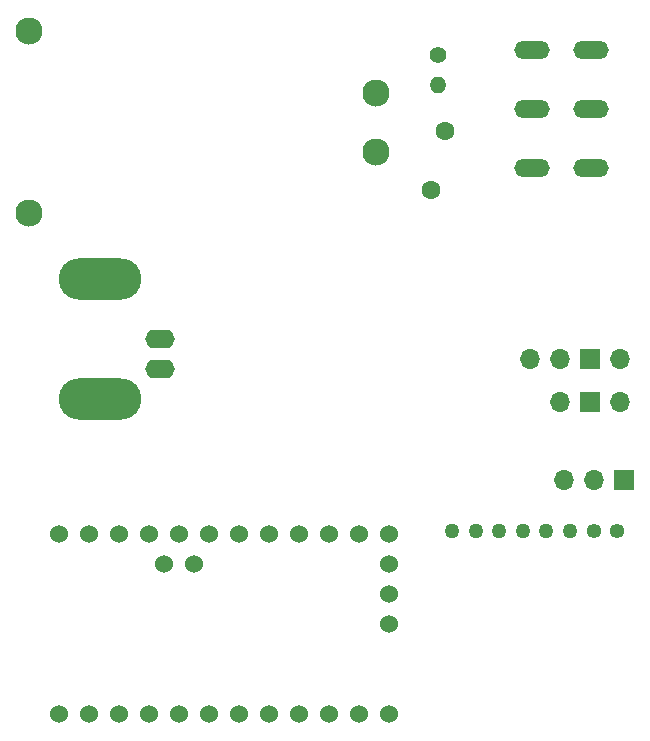
<source format=gbr>
%TF.GenerationSoftware,KiCad,Pcbnew,(5.1.9)-1*%
%TF.CreationDate,2021-04-25T03:29:38+02:00*%
%TF.ProjectId,HB-Uni-SEN-ORB,48422d55-6e69-42d5-9345-4e2d4f52422e,rev?*%
%TF.SameCoordinates,Original*%
%TF.FileFunction,Soldermask,Bot*%
%TF.FilePolarity,Negative*%
%FSLAX46Y46*%
G04 Gerber Fmt 4.6, Leading zero omitted, Abs format (unit mm)*
G04 Created by KiCad (PCBNEW (5.1.9)-1) date 2021-04-25 03:29:38*
%MOMM*%
%LPD*%
G01*
G04 APERTURE LIST*
%ADD10O,1.700000X1.700000*%
%ADD11R,1.700000X1.700000*%
%ADD12O,1.400000X1.400000*%
%ADD13C,1.400000*%
%ADD14C,1.600000*%
%ADD15C,1.524000*%
%ADD16O,1.270000X1.270000*%
%ADD17C,1.270000*%
%ADD18C,2.300000*%
%ADD19O,2.500000X1.600000*%
%ADD20O,7.000000X3.500000*%
%ADD21O,3.000000X1.500000*%
G04 APERTURE END LIST*
D10*
%TO.C,PH_SENS*%
X162330000Y-75400000D03*
D11*
X159790000Y-75400000D03*
D10*
X157250000Y-75400000D03*
%TD*%
D12*
%TO.C,R8*%
X146900000Y-48540000D03*
D13*
X146900000Y-46000000D03*
%TD*%
D14*
%TO.C,RV1*%
X147500000Y-52400000D03*
X146300000Y-57400000D03*
%TD*%
D15*
%TO.C,U1*%
X114800000Y-101820000D03*
X117340000Y-101820000D03*
X119880000Y-101820000D03*
X122420000Y-101820000D03*
X124960000Y-101820000D03*
X127500000Y-101820000D03*
X130040000Y-101820000D03*
X132580000Y-101820000D03*
X135120000Y-101820000D03*
X137660000Y-101820000D03*
X140200000Y-101820000D03*
X142740000Y-101820000D03*
X142740000Y-86580000D03*
X140200000Y-86580000D03*
X137660000Y-86580000D03*
X135120000Y-86580000D03*
X132580000Y-86580000D03*
X130040000Y-86580000D03*
X127500000Y-86580000D03*
X124960000Y-86580000D03*
X122420000Y-86580000D03*
X119880000Y-86580000D03*
X117340000Y-86580000D03*
X114800000Y-86580000D03*
X126230000Y-89120000D03*
X123690000Y-89120000D03*
X142740000Y-89120000D03*
X142740000Y-91660000D03*
X142740000Y-94200000D03*
%TD*%
D16*
%TO.C,U2*%
X162100000Y-86300000D03*
X160100000Y-86300000D03*
D17*
X158100000Y-86300000D03*
X156100000Y-86300000D03*
X154100000Y-86300000D03*
X152100000Y-86300000D03*
X150100000Y-86300000D03*
X148100000Y-86300000D03*
%TD*%
D10*
%TO.C,LCD*%
X154680000Y-71700000D03*
X157220000Y-71700000D03*
D11*
X159760000Y-71700000D03*
D10*
X162300000Y-71700000D03*
%TD*%
D11*
%TO.C,DS18B20*%
X162700000Y-82000000D03*
D10*
X160160000Y-82000000D03*
X157620000Y-82000000D03*
%TD*%
D18*
%TO.C,PS1*%
X112300000Y-44000000D03*
X141700000Y-49200000D03*
X141700000Y-54200000D03*
X112300000Y-59400000D03*
%TD*%
D19*
%TO.C,J2*%
X123400000Y-72540000D03*
X123400000Y-70000000D03*
D20*
X118320000Y-64920000D03*
X118320000Y-75080000D03*
%TD*%
D21*
%TO.C,WAGO236-403*%
X159900000Y-45600000D03*
X154900000Y-45600000D03*
X159900000Y-50600000D03*
X154900000Y-50600000D03*
X159900000Y-55600000D03*
X154900000Y-55600000D03*
%TD*%
M02*

</source>
